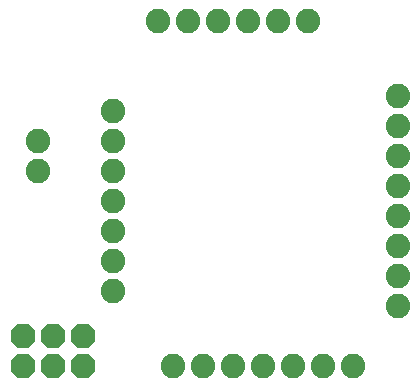
<source format=gbs>
G75*
%MOIN*%
%OFA0B0*%
%FSLAX24Y24*%
%IPPOS*%
%LPD*%
%AMOC8*
5,1,8,0,0,1.08239X$1,22.5*
%
%ADD10C,0.0820*%
%ADD11OC8,0.0820*%
D10*
X004180Y003680D03*
X004180Y004680D03*
X004180Y005680D03*
X004180Y006680D03*
X004180Y007680D03*
X004180Y008680D03*
X004180Y009680D03*
X001680Y008680D03*
X001680Y007680D03*
X005680Y012680D03*
X006680Y012680D03*
X007680Y012680D03*
X008680Y012680D03*
X009680Y012680D03*
X010680Y012680D03*
X013680Y010180D03*
X013680Y009180D03*
X013680Y008180D03*
X013680Y007180D03*
X013680Y006180D03*
X013680Y005180D03*
X013680Y004180D03*
X013680Y003180D03*
X012180Y001180D03*
X011180Y001180D03*
X010180Y001180D03*
X009180Y001180D03*
X008180Y001180D03*
X007180Y001180D03*
X006180Y001180D03*
D11*
X001180Y001180D03*
X001180Y002180D03*
X002180Y002180D03*
X002180Y001180D03*
X003180Y001180D03*
X003180Y002180D03*
M02*

</source>
